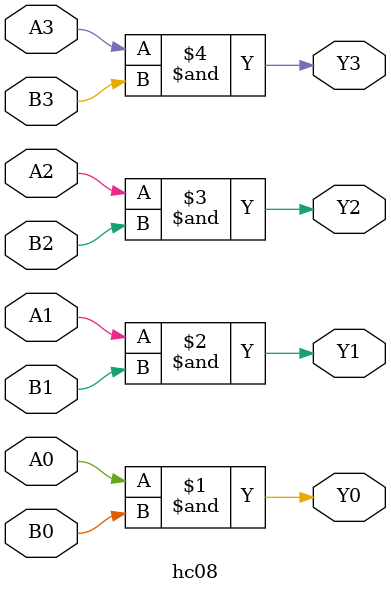
<source format=v>
module hc08 (
	input A0,
	input B0,
	output Y0,
	input A1,
	input B1,
	output Y1,
	input A2,
	input B2,
	output Y2,
	input A3,
	input B3,
	output Y3
);

assign Y0 = A0 & B0;
assign Y1 = A1 & B1;
assign Y2 = A2 & B2;
assign Y3 = A3 & B3;

endmodule

</source>
